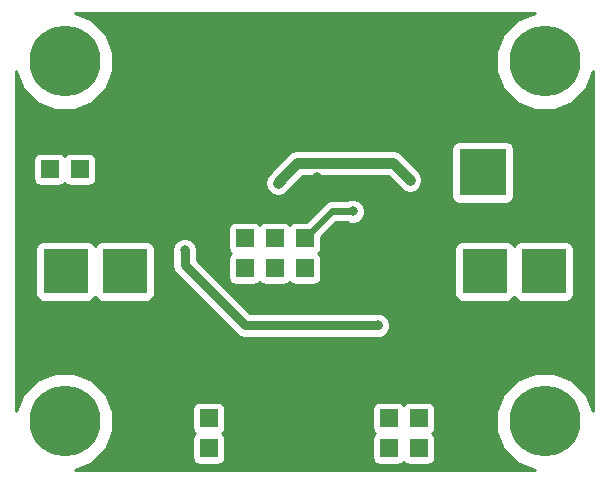
<source format=gbr>
G04 #@! TF.FileFunction,Copper,L1,Top,Signal*
%FSLAX46Y46*%
G04 Gerber Fmt 4.6, Leading zero omitted, Abs format (unit mm)*
G04 Created by KiCad (PCBNEW 4.0.3-stable) date 09/22/16 07:48:20*
%MOMM*%
%LPD*%
G01*
G04 APERTURE LIST*
%ADD10C,0.500000*%
%ADD11R,3.810000X3.810000*%
%ADD12C,6.000000*%
%ADD13R,1.524000X1.524000*%
%ADD14R,4.000000X4.000000*%
%ADD15C,4.000000*%
%ADD16C,0.800000*%
%ADD17C,0.600000*%
%ADD18C,0.300000*%
%ADD19C,0.800000*%
%ADD20C,0.900000*%
%ADD21C,0.254000*%
G04 APERTURE END LIST*
D10*
D11*
X45640000Y12700000D03*
X40640000Y12700000D03*
X45640000Y17780000D03*
X40640000Y17780000D03*
X5160000Y12700000D03*
X10160000Y12700000D03*
X5160000Y17780000D03*
X10160000Y17780000D03*
D12*
X5080000Y5080000D03*
X45720000Y35560000D03*
X5080000Y35560000D03*
X45720000Y5080000D03*
D13*
X6350000Y23876000D03*
X3810000Y23876000D03*
X6350000Y26416000D03*
X3810000Y26416000D03*
X14732000Y2794000D03*
X14732000Y5334000D03*
X32512000Y5334000D03*
X32512000Y2794000D03*
X35052000Y5334000D03*
X35052000Y2794000D03*
X37592000Y5334000D03*
X37592000Y2794000D03*
X25400000Y20574000D03*
X25400000Y18034000D03*
X20320000Y20574000D03*
X20320000Y18034000D03*
X22860000Y20574000D03*
X22860000Y18034000D03*
X6350000Y28956000D03*
X3810000Y28956000D03*
X17272000Y2794000D03*
X17272000Y5334000D03*
X29972000Y5334000D03*
X29972000Y2794000D03*
D14*
X40466000Y26162000D03*
D15*
X45466000Y26162000D03*
D16*
X26924000Y24434800D03*
X46024800Y23672800D03*
X48869600Y31496000D03*
X46177200Y30480000D03*
X48387000Y28956000D03*
X45720000Y28498800D03*
X47498000Y26619200D03*
X48920400Y26263600D03*
X48387000Y23368000D03*
X48818800Y21082000D03*
X49072800Y18389600D03*
X11379200Y8128000D03*
X12700000Y8178800D03*
X12801600Y9550402D03*
X11684000Y9702798D03*
X20828000Y5969000D03*
X19812000Y4699000D03*
X22098000Y4572000D03*
X24003000Y4699000D03*
X21209000Y1397000D03*
X27559000Y2159000D03*
X26289006Y1778000D03*
X24765000Y1397000D03*
X23241000Y1397000D03*
X19558000Y1397000D03*
X28702000Y4445000D03*
X32512000Y7112000D03*
X26416000Y25781000D03*
X10160000Y8128000D03*
X8636000Y8128000D03*
X9652000Y6096000D03*
X9652000Y3556000D03*
X9144000Y1524000D03*
X18288000Y21844000D03*
X18288000Y20828000D03*
X18288000Y19304000D03*
X17272000Y18288000D03*
X18288000Y17272000D03*
X23368000Y29464000D03*
X22352000Y30480000D03*
X20828000Y30480000D03*
X19304000Y30480000D03*
X18796000Y29464000D03*
X18288000Y28448000D03*
X22352000Y26924000D03*
X23368000Y27940000D03*
X21336000Y26924000D03*
X20320000Y26924000D03*
X18796000Y26924000D03*
X38100000Y1524000D03*
X39116000Y2540000D03*
X39116000Y4064000D03*
X39116000Y5588000D03*
X27940000Y3556000D03*
X39116000Y36576000D03*
X37592000Y37592000D03*
X36068000Y37592000D03*
X34036000Y37592000D03*
X32512000Y37592000D03*
X30988000Y37592000D03*
X29464000Y37592000D03*
X27940000Y37592000D03*
X26416000Y37592000D03*
X24892000Y37592000D03*
X23368000Y37592000D03*
X21844000Y37592000D03*
X20320000Y37592000D03*
X18288000Y37592000D03*
X16256000Y37592000D03*
X14224000Y37592000D03*
X11176000Y37592000D03*
X9652000Y34544000D03*
X9144000Y32512000D03*
X7620000Y30988000D03*
X5588000Y30988000D03*
X3556000Y30988000D03*
X1524000Y30988000D03*
X1524000Y28956000D03*
X1524000Y27432000D03*
X1524000Y25908000D03*
X6096000Y22352000D03*
X4572000Y22352000D03*
X3048000Y22352000D03*
X1524000Y24384000D03*
X1524000Y22860000D03*
X1524000Y20828000D03*
X1524000Y19304000D03*
X1524000Y17780000D03*
X1524000Y16256000D03*
X31496000Y7112000D03*
X32004000Y9144000D03*
X29972000Y9144000D03*
X29972000Y7112000D03*
X38100000Y14732000D03*
X38100000Y13716000D03*
X38100000Y12192000D03*
X38100000Y11176000D03*
X38100000Y10160000D03*
X39116000Y10160000D03*
X40640000Y9652000D03*
X41656000Y9652000D03*
X43180000Y9652000D03*
X44704000Y9652000D03*
X46228000Y9652000D03*
X47752000Y9652000D03*
X48768000Y10160000D03*
X48768000Y11684000D03*
X48768000Y13208000D03*
X48768000Y14732000D03*
X23876000Y11684000D03*
X21844000Y11684000D03*
X20320000Y11684000D03*
X18796000Y11684000D03*
X17780000Y12700000D03*
X16256000Y12700000D03*
X14732000Y12700000D03*
X13208000Y14224000D03*
X13208000Y12700000D03*
X13208000Y11684000D03*
X13208000Y10668000D03*
X10668000Y9652000D03*
X9144000Y9652000D03*
X7620000Y9652000D03*
X6096000Y9652000D03*
X4572000Y9652000D03*
X3048000Y9652000D03*
X2032000Y10668000D03*
X2032000Y11684000D03*
X2032000Y12700000D03*
X2032000Y13716000D03*
X27432000Y16002000D03*
X27432000Y17272000D03*
X27432000Y18796000D03*
X27432000Y20320000D03*
X33020000Y13208000D03*
X34036000Y12700000D03*
X34036000Y13716000D03*
X34036000Y14732000D03*
X34036000Y15748000D03*
X34036000Y16764000D03*
X33528000Y18288000D03*
X35052000Y17780000D03*
X35560000Y18796000D03*
X36068000Y20320000D03*
X36576000Y23876000D03*
X35560000Y23876000D03*
X34544000Y23368000D03*
X34544000Y22352000D03*
X34544000Y21336000D03*
X34544000Y20320000D03*
X34544000Y19304000D03*
X32512000Y17272000D03*
X32512000Y19304000D03*
X29464000Y17272000D03*
X29464000Y19304000D03*
X30988000Y18288000D03*
X15240000Y19558000D03*
X31623000Y13208000D03*
X29464000Y22860000D03*
X23114002Y25273000D03*
X34290000Y25527000D03*
D17*
X26524001Y24834799D02*
X26924000Y24434800D01*
X26416000Y24942800D02*
X26524001Y24834799D01*
X26416000Y25781000D02*
X26416000Y24942800D01*
D18*
X46329600Y23368000D02*
X46024800Y23672800D01*
X48387000Y23368000D02*
X46329600Y23368000D01*
X48387000Y28956000D02*
X46811920Y28956000D01*
X46811920Y28956000D02*
X46177200Y29590720D01*
X46177200Y29590720D02*
X46177200Y30480000D01*
X45720000Y28498800D02*
X47929800Y28498800D01*
X47929800Y28498800D02*
X48387000Y28956000D01*
X48920400Y26263600D02*
X47853600Y26263600D01*
X47853600Y26263600D02*
X47498000Y26619200D01*
X49072800Y18389600D02*
X49072800Y20828000D01*
X49072800Y20828000D02*
X48818800Y21082000D01*
D17*
X12700000Y8178800D02*
X11430000Y8178800D01*
X11430000Y8178800D02*
X11379200Y8128000D01*
X12700000Y8686798D02*
X12700000Y8178800D01*
X11684000Y9702798D02*
X12700000Y8686798D01*
X11684000Y9702798D02*
X12649204Y9702798D01*
X12649204Y9702798D02*
X12801600Y9550402D01*
D10*
X19812000Y4699000D02*
X19812000Y4953000D01*
X19812000Y4953000D02*
X20828000Y5969000D01*
X24003000Y4699000D02*
X22225000Y4699000D01*
X22225000Y4699000D02*
X22098000Y4572000D01*
D17*
X19558000Y1397000D02*
X21209000Y1397000D01*
X27178000Y1778000D02*
X27559000Y2159000D01*
X26289006Y1778000D02*
X27178000Y1778000D01*
X23241000Y1397000D02*
X24765000Y1397000D01*
X28702000Y4318000D02*
X28702000Y4445000D01*
X27940000Y3556000D02*
X28702000Y4318000D01*
X9652000Y6096000D02*
X9652000Y7112000D01*
X9652000Y7112000D02*
X8636000Y8128000D01*
X9144000Y1524000D02*
X9144000Y3048000D01*
X9144000Y3048000D02*
X9652000Y3556000D01*
X18288000Y19304000D02*
X18288000Y20828000D01*
X18288000Y17272000D02*
X17272000Y18288000D01*
X20828000Y30480000D02*
X22352000Y30480000D01*
X18796000Y29464000D02*
X18796000Y29972000D01*
X18796000Y29972000D02*
X19304000Y30480000D01*
X18796000Y26924000D02*
X18796000Y27940000D01*
X18796000Y27940000D02*
X18288000Y28448000D01*
X22352000Y26924000D02*
X23368000Y27940000D01*
X21336000Y26924000D02*
X22352000Y26924000D01*
X18796000Y26924000D02*
X20320000Y26924000D01*
X39116000Y4064000D02*
X39116000Y2540000D01*
X37592000Y5334000D02*
X38862000Y5334000D01*
X38862000Y5334000D02*
X39116000Y5588000D01*
X36068000Y37592000D02*
X37592000Y37592000D01*
X32512000Y37592000D02*
X34036000Y37592000D01*
X29464000Y37592000D02*
X30988000Y37592000D01*
X26416000Y37592000D02*
X27940000Y37592000D01*
X23368000Y37592000D02*
X24892000Y37592000D01*
X20320000Y37592000D02*
X21844000Y37592000D01*
X16256000Y37592000D02*
X18288000Y37592000D01*
X11176000Y37592000D02*
X14224000Y37592000D01*
X9144000Y32512000D02*
X9144000Y34036000D01*
X9144000Y34036000D02*
X9652000Y34544000D01*
X5588000Y30988000D02*
X7620000Y30988000D01*
X1524000Y30988000D02*
X3556000Y30988000D01*
X1524000Y27432000D02*
X1524000Y28956000D01*
X1524000Y24384000D02*
X1524000Y25908000D01*
X3048000Y22352000D02*
X4572000Y22352000D01*
X1524000Y22860000D02*
X1524000Y24384000D01*
X1524000Y19304000D02*
X1524000Y20828000D01*
X1524000Y16256000D02*
X1524000Y17780000D01*
X32004000Y9144000D02*
X31496000Y7112000D01*
X29972000Y7112000D02*
X29972000Y9144000D01*
X38100000Y12192000D02*
X38100000Y13716000D01*
X38100000Y10160000D02*
X38100000Y11176000D01*
X40640000Y9652000D02*
X39624000Y9652000D01*
X39624000Y9652000D02*
X39116000Y10160000D01*
X43180000Y9652000D02*
X41656000Y9652000D01*
X46228000Y9652000D02*
X44704000Y9652000D01*
X48768000Y10160000D02*
X48260000Y10160000D01*
X48260000Y10160000D02*
X47752000Y9652000D01*
X48768000Y13208000D02*
X48768000Y11684000D01*
X45640000Y12700000D02*
X46736000Y12700000D01*
X46736000Y12700000D02*
X48768000Y14732000D01*
X20320000Y11684000D02*
X21844000Y11684000D01*
X17780000Y12700000D02*
X18796000Y11684000D01*
X14732000Y12700000D02*
X16256000Y12700000D01*
X13208000Y12700000D02*
X13208000Y14224000D01*
X13208000Y10668000D02*
X13208000Y11684000D01*
X9144000Y9652000D02*
X10668000Y9652000D01*
X6096000Y9652000D02*
X7620000Y9652000D01*
X3048000Y9652000D02*
X4572000Y9652000D01*
X2032000Y11684000D02*
X2032000Y10668000D01*
X2032000Y13716000D02*
X2032000Y12700000D01*
X27432000Y17272000D02*
X27432000Y16256000D01*
X27432000Y20320000D02*
X27432000Y18796000D01*
X34036000Y12700000D02*
X33528000Y12700000D01*
X33528000Y12700000D02*
X33020000Y13208000D01*
X34036000Y14732000D02*
X34036000Y13716000D01*
X34036000Y16764000D02*
X34036000Y15748000D01*
X32512000Y17272000D02*
X33528000Y18288000D01*
X33528000Y18288000D02*
X34544000Y19304000D01*
X35052000Y17780000D02*
X34036000Y17780000D01*
X34036000Y17780000D02*
X33528000Y18288000D01*
X36068000Y20320000D02*
X36068000Y19304000D01*
X36068000Y19304000D02*
X35560000Y18796000D01*
X35560000Y23876000D02*
X36576000Y23876000D01*
X34544000Y22352000D02*
X34544000Y23368000D01*
X34544000Y20320000D02*
X34544000Y21336000D01*
X29464000Y19304000D02*
X29464000Y17272000D01*
D19*
X15240000Y18992315D02*
X15240000Y19558000D01*
X15240000Y18288000D02*
X15240000Y18992315D01*
X20320000Y13208000D02*
X15240000Y18288000D01*
X31623000Y13208000D02*
X20320000Y13208000D01*
D17*
X29464000Y22860000D02*
X27686000Y22860000D01*
X27686000Y22860000D02*
X25400000Y20574000D01*
D20*
X23514001Y25672999D02*
X23114002Y25273000D01*
X24784001Y26942999D02*
X23514001Y25672999D01*
X34290000Y25527000D02*
X32874001Y26942999D01*
X32874001Y26942999D02*
X24784001Y26942999D01*
D21*
G36*
X43385296Y39060741D02*
X42223340Y37900810D01*
X41593718Y36384513D01*
X41592285Y34742690D01*
X42219259Y33225296D01*
X43379190Y32063340D01*
X44895487Y31433718D01*
X46537310Y31432285D01*
X48054704Y32059259D01*
X49216660Y33219190D01*
X49836000Y34710725D01*
X49836000Y5925662D01*
X49220741Y7414704D01*
X48060810Y8576660D01*
X46544513Y9206282D01*
X44902690Y9207715D01*
X43385296Y8580741D01*
X42223340Y7420810D01*
X41593718Y5904513D01*
X41592285Y4262690D01*
X42219259Y2745296D01*
X43379190Y1583340D01*
X44870725Y964000D01*
X5925662Y964000D01*
X7414704Y1579259D01*
X8576660Y2739190D01*
X9206282Y4255487D01*
X9207715Y5897310D01*
X9125619Y6096000D01*
X15862560Y6096000D01*
X15862560Y4572000D01*
X15906838Y4336683D01*
X16045910Y4120559D01*
X16127770Y4064626D01*
X16058559Y4020090D01*
X15913569Y3807890D01*
X15862560Y3556000D01*
X15862560Y2032000D01*
X15906838Y1796683D01*
X16045910Y1580559D01*
X16258110Y1435569D01*
X16510000Y1384560D01*
X18034000Y1384560D01*
X18269317Y1428838D01*
X18485441Y1567910D01*
X18630431Y1780110D01*
X18681440Y2032000D01*
X18681440Y3556000D01*
X18637162Y3791317D01*
X18498090Y4007441D01*
X18416230Y4063374D01*
X18485441Y4107910D01*
X18630431Y4320110D01*
X18681440Y4572000D01*
X18681440Y6096000D01*
X31102560Y6096000D01*
X31102560Y4572000D01*
X31146838Y4336683D01*
X31285910Y4120559D01*
X31367770Y4064626D01*
X31298559Y4020090D01*
X31153569Y3807890D01*
X31102560Y3556000D01*
X31102560Y2032000D01*
X31146838Y1796683D01*
X31285910Y1580559D01*
X31498110Y1435569D01*
X31750000Y1384560D01*
X33274000Y1384560D01*
X33509317Y1428838D01*
X33725441Y1567910D01*
X33781374Y1649770D01*
X33825910Y1580559D01*
X34038110Y1435569D01*
X34290000Y1384560D01*
X35814000Y1384560D01*
X36049317Y1428838D01*
X36265441Y1567910D01*
X36410431Y1780110D01*
X36461440Y2032000D01*
X36461440Y3556000D01*
X36417162Y3791317D01*
X36278090Y4007441D01*
X36196230Y4063374D01*
X36265441Y4107910D01*
X36410431Y4320110D01*
X36461440Y4572000D01*
X36461440Y6096000D01*
X36417162Y6331317D01*
X36278090Y6547441D01*
X36065890Y6692431D01*
X35814000Y6743440D01*
X34290000Y6743440D01*
X34054683Y6699162D01*
X33838559Y6560090D01*
X33782626Y6478230D01*
X33738090Y6547441D01*
X33525890Y6692431D01*
X33274000Y6743440D01*
X31750000Y6743440D01*
X31514683Y6699162D01*
X31298559Y6560090D01*
X31153569Y6347890D01*
X31102560Y6096000D01*
X18681440Y6096000D01*
X18637162Y6331317D01*
X18498090Y6547441D01*
X18285890Y6692431D01*
X18034000Y6743440D01*
X16510000Y6743440D01*
X16274683Y6699162D01*
X16058559Y6560090D01*
X15913569Y6347890D01*
X15862560Y6096000D01*
X9125619Y6096000D01*
X8580741Y7414704D01*
X7420810Y8576660D01*
X5904513Y9206282D01*
X4262690Y9207715D01*
X2745296Y8580741D01*
X1583340Y7420810D01*
X964000Y5929275D01*
X964000Y19685000D01*
X2607560Y19685000D01*
X2607560Y15875000D01*
X2651838Y15639683D01*
X2790910Y15423559D01*
X3003110Y15278569D01*
X3255000Y15227560D01*
X7065000Y15227560D01*
X7300317Y15271838D01*
X7516441Y15410910D01*
X7661431Y15623110D01*
X7661687Y15624376D01*
X7790910Y15423559D01*
X8003110Y15278569D01*
X8255000Y15227560D01*
X12065000Y15227560D01*
X12300317Y15271838D01*
X12516441Y15410910D01*
X12661431Y15623110D01*
X12712440Y15875000D01*
X12712440Y19353029D01*
X14204821Y19353029D01*
X14205000Y19352596D01*
X14205000Y18288005D01*
X14204999Y18288000D01*
X14283785Y17891923D01*
X14508144Y17556144D01*
X19588142Y12476147D01*
X19588144Y12476144D01*
X19923923Y12251785D01*
X20320000Y12172999D01*
X20320005Y12173000D01*
X31622670Y12173000D01*
X31827971Y12172821D01*
X32208515Y12330058D01*
X32499919Y12620954D01*
X32657820Y13001223D01*
X32658179Y13412971D01*
X32500942Y13793515D01*
X32210046Y14084919D01*
X31829777Y14242820D01*
X31418029Y14243179D01*
X31417596Y14243000D01*
X20748711Y14243000D01*
X16275000Y18716712D01*
X16275000Y19558000D01*
X16275179Y19762971D01*
X16117942Y20143515D01*
X15827046Y20434919D01*
X15446777Y20592820D01*
X15035029Y20593179D01*
X14654485Y20435942D01*
X14363081Y20145046D01*
X14205180Y19764777D01*
X14204821Y19353029D01*
X12712440Y19353029D01*
X12712440Y19685000D01*
X12668162Y19920317D01*
X12529090Y20136441D01*
X12316890Y20281431D01*
X12065000Y20332440D01*
X8255000Y20332440D01*
X8019683Y20288162D01*
X7803559Y20149090D01*
X7658569Y19936890D01*
X7658313Y19935624D01*
X7529090Y20136441D01*
X7316890Y20281431D01*
X7065000Y20332440D01*
X3255000Y20332440D01*
X3019683Y20288162D01*
X2803559Y20149090D01*
X2658569Y19936890D01*
X2607560Y19685000D01*
X964000Y19685000D01*
X964000Y21336000D01*
X18910560Y21336000D01*
X18910560Y19812000D01*
X18954838Y19576683D01*
X19093910Y19360559D01*
X19175770Y19304626D01*
X19106559Y19260090D01*
X18961569Y19047890D01*
X18910560Y18796000D01*
X18910560Y17272000D01*
X18954838Y17036683D01*
X19093910Y16820559D01*
X19306110Y16675569D01*
X19558000Y16624560D01*
X21082000Y16624560D01*
X21317317Y16668838D01*
X21533441Y16807910D01*
X21589374Y16889770D01*
X21633910Y16820559D01*
X21846110Y16675569D01*
X22098000Y16624560D01*
X23622000Y16624560D01*
X23857317Y16668838D01*
X24073441Y16807910D01*
X24129374Y16889770D01*
X24173910Y16820559D01*
X24386110Y16675569D01*
X24638000Y16624560D01*
X26162000Y16624560D01*
X26397317Y16668838D01*
X26613441Y16807910D01*
X26758431Y17020110D01*
X26809440Y17272000D01*
X26809440Y18796000D01*
X26765162Y19031317D01*
X26626090Y19247441D01*
X26544230Y19303374D01*
X26613441Y19347910D01*
X26758431Y19560110D01*
X26783721Y19685000D01*
X38087560Y19685000D01*
X38087560Y15875000D01*
X38131838Y15639683D01*
X38270910Y15423559D01*
X38483110Y15278569D01*
X38735000Y15227560D01*
X42545000Y15227560D01*
X42780317Y15271838D01*
X42996441Y15410910D01*
X43141431Y15623110D01*
X43141687Y15624376D01*
X43270910Y15423559D01*
X43483110Y15278569D01*
X43735000Y15227560D01*
X47545000Y15227560D01*
X47780317Y15271838D01*
X47996441Y15410910D01*
X48141431Y15623110D01*
X48192440Y15875000D01*
X48192440Y19685000D01*
X48148162Y19920317D01*
X48009090Y20136441D01*
X47796890Y20281431D01*
X47545000Y20332440D01*
X43735000Y20332440D01*
X43499683Y20288162D01*
X43283559Y20149090D01*
X43138569Y19936890D01*
X43138313Y19935624D01*
X43009090Y20136441D01*
X42796890Y20281431D01*
X42545000Y20332440D01*
X38735000Y20332440D01*
X38499683Y20288162D01*
X38283559Y20149090D01*
X38138569Y19936890D01*
X38087560Y19685000D01*
X26783721Y19685000D01*
X26809440Y19812000D01*
X26809440Y20661150D01*
X28073290Y21925000D01*
X29016829Y21925000D01*
X29257223Y21825180D01*
X29668971Y21824821D01*
X30049515Y21982058D01*
X30340919Y22272954D01*
X30498820Y22653223D01*
X30499179Y23064971D01*
X30341942Y23445515D01*
X30051046Y23736919D01*
X29670777Y23894820D01*
X29259029Y23895179D01*
X29016576Y23795000D01*
X27686000Y23795000D01*
X27328191Y23723827D01*
X27024855Y23521145D01*
X25487150Y21983440D01*
X24638000Y21983440D01*
X24402683Y21939162D01*
X24186559Y21800090D01*
X24130626Y21718230D01*
X24086090Y21787441D01*
X23873890Y21932431D01*
X23622000Y21983440D01*
X22098000Y21983440D01*
X21862683Y21939162D01*
X21646559Y21800090D01*
X21590626Y21718230D01*
X21546090Y21787441D01*
X21333890Y21932431D01*
X21082000Y21983440D01*
X19558000Y21983440D01*
X19322683Y21939162D01*
X19106559Y21800090D01*
X18961569Y21587890D01*
X18910560Y21336000D01*
X964000Y21336000D01*
X964000Y27178000D01*
X2400560Y27178000D01*
X2400560Y25654000D01*
X2444838Y25418683D01*
X2583910Y25202559D01*
X2796110Y25057569D01*
X3048000Y25006560D01*
X4572000Y25006560D01*
X4807317Y25050838D01*
X5023441Y25189910D01*
X5079374Y25271770D01*
X5123910Y25202559D01*
X5336110Y25057569D01*
X5588000Y25006560D01*
X7112000Y25006560D01*
X7347317Y25050838D01*
X7563441Y25189910D01*
X7620213Y25273000D01*
X22029002Y25273000D01*
X22111593Y24857789D01*
X22346791Y24505789D01*
X22698791Y24270591D01*
X23114002Y24188000D01*
X23529213Y24270591D01*
X23881213Y24505789D01*
X25233423Y25857999D01*
X32424579Y25857999D01*
X33522789Y24759789D01*
X33874789Y24524591D01*
X34290000Y24442000D01*
X34705211Y24524591D01*
X35057211Y24759789D01*
X35292409Y25111789D01*
X35375000Y25527000D01*
X35292409Y25942211D01*
X35057211Y26294211D01*
X33641212Y27710210D01*
X33545098Y27774431D01*
X33289213Y27945408D01*
X32874001Y28027999D01*
X24784001Y28027999D01*
X24368789Y27945408D01*
X24112904Y27774431D01*
X24016790Y27710210D01*
X22346791Y26040211D01*
X22111593Y25688211D01*
X22029002Y25273000D01*
X7620213Y25273000D01*
X7708431Y25402110D01*
X7759440Y25654000D01*
X7759440Y27178000D01*
X7715162Y27413317D01*
X7576090Y27629441D01*
X7363890Y27774431D01*
X7112000Y27825440D01*
X5588000Y27825440D01*
X5352683Y27781162D01*
X5136559Y27642090D01*
X5080626Y27560230D01*
X5036090Y27629441D01*
X4823890Y27774431D01*
X4572000Y27825440D01*
X3048000Y27825440D01*
X2812683Y27781162D01*
X2596559Y27642090D01*
X2451569Y27429890D01*
X2400560Y27178000D01*
X964000Y27178000D01*
X964000Y28162000D01*
X37818560Y28162000D01*
X37818560Y24162000D01*
X37862838Y23926683D01*
X38001910Y23710559D01*
X38214110Y23565569D01*
X38466000Y23514560D01*
X42466000Y23514560D01*
X42701317Y23558838D01*
X42917441Y23697910D01*
X43062431Y23910110D01*
X43113440Y24162000D01*
X43113440Y28162000D01*
X43069162Y28397317D01*
X42930090Y28613441D01*
X42717890Y28758431D01*
X42466000Y28809440D01*
X38466000Y28809440D01*
X38230683Y28765162D01*
X38014559Y28626090D01*
X37869569Y28413890D01*
X37818560Y28162000D01*
X964000Y28162000D01*
X964000Y34714338D01*
X1579259Y33225296D01*
X2739190Y32063340D01*
X4255487Y31433718D01*
X5897310Y31432285D01*
X7414704Y32059259D01*
X8576660Y33219190D01*
X9206282Y34735487D01*
X9207715Y36377310D01*
X8580741Y37894704D01*
X7420810Y39056660D01*
X5929275Y39676000D01*
X44874338Y39676000D01*
X43385296Y39060741D01*
X43385296Y39060741D01*
G37*
X43385296Y39060741D02*
X42223340Y37900810D01*
X41593718Y36384513D01*
X41592285Y34742690D01*
X42219259Y33225296D01*
X43379190Y32063340D01*
X44895487Y31433718D01*
X46537310Y31432285D01*
X48054704Y32059259D01*
X49216660Y33219190D01*
X49836000Y34710725D01*
X49836000Y5925662D01*
X49220741Y7414704D01*
X48060810Y8576660D01*
X46544513Y9206282D01*
X44902690Y9207715D01*
X43385296Y8580741D01*
X42223340Y7420810D01*
X41593718Y5904513D01*
X41592285Y4262690D01*
X42219259Y2745296D01*
X43379190Y1583340D01*
X44870725Y964000D01*
X5925662Y964000D01*
X7414704Y1579259D01*
X8576660Y2739190D01*
X9206282Y4255487D01*
X9207715Y5897310D01*
X9125619Y6096000D01*
X15862560Y6096000D01*
X15862560Y4572000D01*
X15906838Y4336683D01*
X16045910Y4120559D01*
X16127770Y4064626D01*
X16058559Y4020090D01*
X15913569Y3807890D01*
X15862560Y3556000D01*
X15862560Y2032000D01*
X15906838Y1796683D01*
X16045910Y1580559D01*
X16258110Y1435569D01*
X16510000Y1384560D01*
X18034000Y1384560D01*
X18269317Y1428838D01*
X18485441Y1567910D01*
X18630431Y1780110D01*
X18681440Y2032000D01*
X18681440Y3556000D01*
X18637162Y3791317D01*
X18498090Y4007441D01*
X18416230Y4063374D01*
X18485441Y4107910D01*
X18630431Y4320110D01*
X18681440Y4572000D01*
X18681440Y6096000D01*
X31102560Y6096000D01*
X31102560Y4572000D01*
X31146838Y4336683D01*
X31285910Y4120559D01*
X31367770Y4064626D01*
X31298559Y4020090D01*
X31153569Y3807890D01*
X31102560Y3556000D01*
X31102560Y2032000D01*
X31146838Y1796683D01*
X31285910Y1580559D01*
X31498110Y1435569D01*
X31750000Y1384560D01*
X33274000Y1384560D01*
X33509317Y1428838D01*
X33725441Y1567910D01*
X33781374Y1649770D01*
X33825910Y1580559D01*
X34038110Y1435569D01*
X34290000Y1384560D01*
X35814000Y1384560D01*
X36049317Y1428838D01*
X36265441Y1567910D01*
X36410431Y1780110D01*
X36461440Y2032000D01*
X36461440Y3556000D01*
X36417162Y3791317D01*
X36278090Y4007441D01*
X36196230Y4063374D01*
X36265441Y4107910D01*
X36410431Y4320110D01*
X36461440Y4572000D01*
X36461440Y6096000D01*
X36417162Y6331317D01*
X36278090Y6547441D01*
X36065890Y6692431D01*
X35814000Y6743440D01*
X34290000Y6743440D01*
X34054683Y6699162D01*
X33838559Y6560090D01*
X33782626Y6478230D01*
X33738090Y6547441D01*
X33525890Y6692431D01*
X33274000Y6743440D01*
X31750000Y6743440D01*
X31514683Y6699162D01*
X31298559Y6560090D01*
X31153569Y6347890D01*
X31102560Y6096000D01*
X18681440Y6096000D01*
X18637162Y6331317D01*
X18498090Y6547441D01*
X18285890Y6692431D01*
X18034000Y6743440D01*
X16510000Y6743440D01*
X16274683Y6699162D01*
X16058559Y6560090D01*
X15913569Y6347890D01*
X15862560Y6096000D01*
X9125619Y6096000D01*
X8580741Y7414704D01*
X7420810Y8576660D01*
X5904513Y9206282D01*
X4262690Y9207715D01*
X2745296Y8580741D01*
X1583340Y7420810D01*
X964000Y5929275D01*
X964000Y19685000D01*
X2607560Y19685000D01*
X2607560Y15875000D01*
X2651838Y15639683D01*
X2790910Y15423559D01*
X3003110Y15278569D01*
X3255000Y15227560D01*
X7065000Y15227560D01*
X7300317Y15271838D01*
X7516441Y15410910D01*
X7661431Y15623110D01*
X7661687Y15624376D01*
X7790910Y15423559D01*
X8003110Y15278569D01*
X8255000Y15227560D01*
X12065000Y15227560D01*
X12300317Y15271838D01*
X12516441Y15410910D01*
X12661431Y15623110D01*
X12712440Y15875000D01*
X12712440Y19353029D01*
X14204821Y19353029D01*
X14205000Y19352596D01*
X14205000Y18288005D01*
X14204999Y18288000D01*
X14283785Y17891923D01*
X14508144Y17556144D01*
X19588142Y12476147D01*
X19588144Y12476144D01*
X19923923Y12251785D01*
X20320000Y12172999D01*
X20320005Y12173000D01*
X31622670Y12173000D01*
X31827971Y12172821D01*
X32208515Y12330058D01*
X32499919Y12620954D01*
X32657820Y13001223D01*
X32658179Y13412971D01*
X32500942Y13793515D01*
X32210046Y14084919D01*
X31829777Y14242820D01*
X31418029Y14243179D01*
X31417596Y14243000D01*
X20748711Y14243000D01*
X16275000Y18716712D01*
X16275000Y19558000D01*
X16275179Y19762971D01*
X16117942Y20143515D01*
X15827046Y20434919D01*
X15446777Y20592820D01*
X15035029Y20593179D01*
X14654485Y20435942D01*
X14363081Y20145046D01*
X14205180Y19764777D01*
X14204821Y19353029D01*
X12712440Y19353029D01*
X12712440Y19685000D01*
X12668162Y19920317D01*
X12529090Y20136441D01*
X12316890Y20281431D01*
X12065000Y20332440D01*
X8255000Y20332440D01*
X8019683Y20288162D01*
X7803559Y20149090D01*
X7658569Y19936890D01*
X7658313Y19935624D01*
X7529090Y20136441D01*
X7316890Y20281431D01*
X7065000Y20332440D01*
X3255000Y20332440D01*
X3019683Y20288162D01*
X2803559Y20149090D01*
X2658569Y19936890D01*
X2607560Y19685000D01*
X964000Y19685000D01*
X964000Y21336000D01*
X18910560Y21336000D01*
X18910560Y19812000D01*
X18954838Y19576683D01*
X19093910Y19360559D01*
X19175770Y19304626D01*
X19106559Y19260090D01*
X18961569Y19047890D01*
X18910560Y18796000D01*
X18910560Y17272000D01*
X18954838Y17036683D01*
X19093910Y16820559D01*
X19306110Y16675569D01*
X19558000Y16624560D01*
X21082000Y16624560D01*
X21317317Y16668838D01*
X21533441Y16807910D01*
X21589374Y16889770D01*
X21633910Y16820559D01*
X21846110Y16675569D01*
X22098000Y16624560D01*
X23622000Y16624560D01*
X23857317Y16668838D01*
X24073441Y16807910D01*
X24129374Y16889770D01*
X24173910Y16820559D01*
X24386110Y16675569D01*
X24638000Y16624560D01*
X26162000Y16624560D01*
X26397317Y16668838D01*
X26613441Y16807910D01*
X26758431Y17020110D01*
X26809440Y17272000D01*
X26809440Y18796000D01*
X26765162Y19031317D01*
X26626090Y19247441D01*
X26544230Y19303374D01*
X26613441Y19347910D01*
X26758431Y19560110D01*
X26783721Y19685000D01*
X38087560Y19685000D01*
X38087560Y15875000D01*
X38131838Y15639683D01*
X38270910Y15423559D01*
X38483110Y15278569D01*
X38735000Y15227560D01*
X42545000Y15227560D01*
X42780317Y15271838D01*
X42996441Y15410910D01*
X43141431Y15623110D01*
X43141687Y15624376D01*
X43270910Y15423559D01*
X43483110Y15278569D01*
X43735000Y15227560D01*
X47545000Y15227560D01*
X47780317Y15271838D01*
X47996441Y15410910D01*
X48141431Y15623110D01*
X48192440Y15875000D01*
X48192440Y19685000D01*
X48148162Y19920317D01*
X48009090Y20136441D01*
X47796890Y20281431D01*
X47545000Y20332440D01*
X43735000Y20332440D01*
X43499683Y20288162D01*
X43283559Y20149090D01*
X43138569Y19936890D01*
X43138313Y19935624D01*
X43009090Y20136441D01*
X42796890Y20281431D01*
X42545000Y20332440D01*
X38735000Y20332440D01*
X38499683Y20288162D01*
X38283559Y20149090D01*
X38138569Y19936890D01*
X38087560Y19685000D01*
X26783721Y19685000D01*
X26809440Y19812000D01*
X26809440Y20661150D01*
X28073290Y21925000D01*
X29016829Y21925000D01*
X29257223Y21825180D01*
X29668971Y21824821D01*
X30049515Y21982058D01*
X30340919Y22272954D01*
X30498820Y22653223D01*
X30499179Y23064971D01*
X30341942Y23445515D01*
X30051046Y23736919D01*
X29670777Y23894820D01*
X29259029Y23895179D01*
X29016576Y23795000D01*
X27686000Y23795000D01*
X27328191Y23723827D01*
X27024855Y23521145D01*
X25487150Y21983440D01*
X24638000Y21983440D01*
X24402683Y21939162D01*
X24186559Y21800090D01*
X24130626Y21718230D01*
X24086090Y21787441D01*
X23873890Y21932431D01*
X23622000Y21983440D01*
X22098000Y21983440D01*
X21862683Y21939162D01*
X21646559Y21800090D01*
X21590626Y21718230D01*
X21546090Y21787441D01*
X21333890Y21932431D01*
X21082000Y21983440D01*
X19558000Y21983440D01*
X19322683Y21939162D01*
X19106559Y21800090D01*
X18961569Y21587890D01*
X18910560Y21336000D01*
X964000Y21336000D01*
X964000Y27178000D01*
X2400560Y27178000D01*
X2400560Y25654000D01*
X2444838Y25418683D01*
X2583910Y25202559D01*
X2796110Y25057569D01*
X3048000Y25006560D01*
X4572000Y25006560D01*
X4807317Y25050838D01*
X5023441Y25189910D01*
X5079374Y25271770D01*
X5123910Y25202559D01*
X5336110Y25057569D01*
X5588000Y25006560D01*
X7112000Y25006560D01*
X7347317Y25050838D01*
X7563441Y25189910D01*
X7620213Y25273000D01*
X22029002Y25273000D01*
X22111593Y24857789D01*
X22346791Y24505789D01*
X22698791Y24270591D01*
X23114002Y24188000D01*
X23529213Y24270591D01*
X23881213Y24505789D01*
X25233423Y25857999D01*
X32424579Y25857999D01*
X33522789Y24759789D01*
X33874789Y24524591D01*
X34290000Y24442000D01*
X34705211Y24524591D01*
X35057211Y24759789D01*
X35292409Y25111789D01*
X35375000Y25527000D01*
X35292409Y25942211D01*
X35057211Y26294211D01*
X33641212Y27710210D01*
X33545098Y27774431D01*
X33289213Y27945408D01*
X32874001Y28027999D01*
X24784001Y28027999D01*
X24368789Y27945408D01*
X24112904Y27774431D01*
X24016790Y27710210D01*
X22346791Y26040211D01*
X22111593Y25688211D01*
X22029002Y25273000D01*
X7620213Y25273000D01*
X7708431Y25402110D01*
X7759440Y25654000D01*
X7759440Y27178000D01*
X7715162Y27413317D01*
X7576090Y27629441D01*
X7363890Y27774431D01*
X7112000Y27825440D01*
X5588000Y27825440D01*
X5352683Y27781162D01*
X5136559Y27642090D01*
X5080626Y27560230D01*
X5036090Y27629441D01*
X4823890Y27774431D01*
X4572000Y27825440D01*
X3048000Y27825440D01*
X2812683Y27781162D01*
X2596559Y27642090D01*
X2451569Y27429890D01*
X2400560Y27178000D01*
X964000Y27178000D01*
X964000Y28162000D01*
X37818560Y28162000D01*
X37818560Y24162000D01*
X37862838Y23926683D01*
X38001910Y23710559D01*
X38214110Y23565569D01*
X38466000Y23514560D01*
X42466000Y23514560D01*
X42701317Y23558838D01*
X42917441Y23697910D01*
X43062431Y23910110D01*
X43113440Y24162000D01*
X43113440Y28162000D01*
X43069162Y28397317D01*
X42930090Y28613441D01*
X42717890Y28758431D01*
X42466000Y28809440D01*
X38466000Y28809440D01*
X38230683Y28765162D01*
X38014559Y28626090D01*
X37869569Y28413890D01*
X37818560Y28162000D01*
X964000Y28162000D01*
X964000Y34714338D01*
X1579259Y33225296D01*
X2739190Y32063340D01*
X4255487Y31433718D01*
X5897310Y31432285D01*
X7414704Y32059259D01*
X8576660Y33219190D01*
X9206282Y34735487D01*
X9207715Y36377310D01*
X8580741Y37894704D01*
X7420810Y39056660D01*
X5929275Y39676000D01*
X44874338Y39676000D01*
X43385296Y39060741D01*
M02*

</source>
